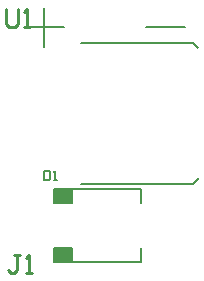
<source format=gto>
G04 Layer_Color=65535*
%FSLAX44Y44*%
%MOMM*%
G71*
G01*
G75*
%ADD23C,0.1270*%
%ADD24C,0.2540*%
%ADD25C,0.1500*%
%ADD26C,0.2000*%
%ADD27R,1.6000X1.2000*%
D23*
X-17500Y-21000D02*
X77500D01*
X-17500Y-140000D02*
X77500D01*
Y-21000D02*
X81500Y-25000D01*
X77500Y-140000D02*
X82500Y-135000D01*
X-24500Y-206000D02*
Y-194000D01*
X-40500D02*
X-24500D01*
X-40500Y-206000D02*
Y-194000D01*
X33500Y-206000D02*
Y-194000D01*
X-40500Y-206000D02*
X33500D01*
X-40500Y-144000D02*
X33500D01*
Y-156000D02*
Y-144000D01*
X-40500Y-156000D02*
Y-144000D01*
Y-156000D02*
X-24500D01*
Y-144000D01*
D24*
X-80456Y8253D02*
Y-4443D01*
X-77917Y-6982D01*
X-72839D01*
X-70299Y-4443D01*
Y8253D01*
X-65221Y-6982D02*
X-60143D01*
X-62682D01*
Y8253D01*
X-65221Y5714D01*
X-69029Y-200027D02*
X-74108D01*
X-71568D01*
Y-212723D01*
X-74108Y-215262D01*
X-76647D01*
X-79186Y-212723D01*
X-63951Y-215262D02*
X-58873D01*
X-61412D01*
Y-200027D01*
X-63951Y-202566D01*
D25*
X-48452Y-128779D02*
Y-136776D01*
X-44453D01*
X-43120Y-135443D01*
Y-130112D01*
X-44453Y-128779D01*
X-48452D01*
X-40455Y-136776D02*
X-37789D01*
X-39122D01*
Y-128779D01*
X-40455Y-130112D01*
D26*
X37500Y-7508D02*
X70823D01*
X-65000D02*
X-31677D01*
X-48339Y9153D02*
Y-24169D01*
D27*
X-32500Y-200000D02*
D03*
Y-150000D02*
D03*
M02*

</source>
